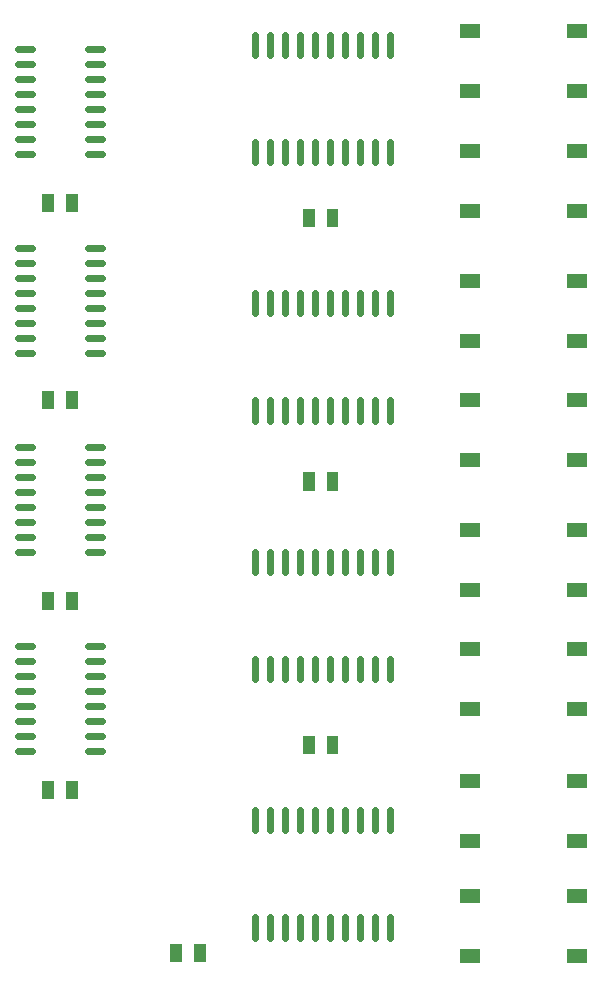
<source format=gtp>
G04 Layer: TopPasteMaskLayer*
G04 EasyEDA v6.4.7, 2020-11-03T11:21:11+01:00*
G04 e0ef41b2cc3c4505ab9108ec2d5a37c9,9bd7e35f881f4a88a1d5770e7942d247,10*
G04 Gerber Generator version 0.2*
G04 Scale: 100 percent, Rotated: No, Reflected: No *
G04 Dimensions in millimeters *
G04 leading zeros omitted , absolute positions ,3 integer and 3 decimal *
%FSLAX33Y33*%
%MOMM*%
G90*
D02*

%ADD13C,0.599999*%
%ADD15R,0.999998X1.550010*%
%ADD16R,1.799996X1.199998*%

%LPD*%
G54D13*
G01X36363Y85221D02*
G01X35163Y85221D01*
G01X36363Y83951D02*
G01X35163Y83951D01*
G01X36363Y82681D02*
G01X35163Y82681D01*
G01X36363Y81411D02*
G01X35163Y81411D01*
G01X36363Y80141D02*
G01X35163Y80141D01*
G01X36363Y78871D02*
G01X35163Y78871D01*
G01X36363Y77601D02*
G01X35163Y77601D01*
G01X36363Y76331D02*
G01X35163Y76331D01*
G01X42306Y85221D02*
G01X41106Y85221D01*
G01X42306Y83951D02*
G01X41106Y83951D01*
G01X42306Y82681D02*
G01X41106Y82681D01*
G01X42306Y81411D02*
G01X41106Y81411D01*
G01X42306Y80141D02*
G01X41106Y80141D01*
G01X42306Y78871D02*
G01X41106Y78871D01*
G01X42306Y77601D02*
G01X41106Y77601D01*
G01X42306Y76331D02*
G01X41106Y76331D01*
G01X36363Y68372D02*
G01X35163Y68372D01*
G01X36363Y67102D02*
G01X35163Y67102D01*
G01X36363Y65832D02*
G01X35163Y65832D01*
G01X36363Y64562D02*
G01X35163Y64562D01*
G01X36363Y63292D02*
G01X35163Y63292D01*
G01X36363Y62022D02*
G01X35163Y62022D01*
G01X36363Y60752D02*
G01X35163Y60752D01*
G01X36363Y59482D02*
G01X35163Y59482D01*
G01X42306Y68372D02*
G01X41106Y68372D01*
G01X42306Y67102D02*
G01X41106Y67102D01*
G01X42306Y65832D02*
G01X41106Y65832D01*
G01X42306Y64562D02*
G01X41106Y64562D01*
G01X42306Y63292D02*
G01X41106Y63292D01*
G01X42306Y62022D02*
G01X41106Y62022D01*
G01X42306Y60752D02*
G01X41106Y60752D01*
G01X42306Y59482D02*
G01X41106Y59482D01*
G01X36363Y51523D02*
G01X35163Y51523D01*
G01X36363Y50253D02*
G01X35163Y50253D01*
G01X36363Y48983D02*
G01X35163Y48983D01*
G01X36363Y47713D02*
G01X35163Y47713D01*
G01X36363Y46443D02*
G01X35163Y46443D01*
G01X36363Y45173D02*
G01X35163Y45173D01*
G01X36363Y43903D02*
G01X35163Y43903D01*
G01X36363Y42633D02*
G01X35163Y42633D01*
G01X42306Y51523D02*
G01X41106Y51523D01*
G01X42306Y50253D02*
G01X41106Y50253D01*
G01X42306Y48983D02*
G01X41106Y48983D01*
G01X42306Y47713D02*
G01X41106Y47713D01*
G01X42306Y46443D02*
G01X41106Y46443D01*
G01X42306Y45173D02*
G01X41106Y45173D01*
G01X42306Y43903D02*
G01X41106Y43903D01*
G01X42306Y42633D02*
G01X41106Y42633D01*
G01X36363Y34675D02*
G01X35163Y34675D01*
G01X36363Y33405D02*
G01X35163Y33405D01*
G01X36363Y32135D02*
G01X35163Y32135D01*
G01X36363Y30865D02*
G01X35163Y30865D01*
G01X36363Y29595D02*
G01X35163Y29595D01*
G01X36363Y28325D02*
G01X35163Y28325D01*
G01X36363Y27055D02*
G01X35163Y27055D01*
G01X36363Y25785D02*
G01X35163Y25785D01*
G01X42306Y34675D02*
G01X41106Y34675D01*
G01X42306Y33405D02*
G01X41106Y33405D01*
G01X42306Y32135D02*
G01X41106Y32135D01*
G01X42306Y30865D02*
G01X41106Y30865D01*
G01X42306Y29595D02*
G01X41106Y29595D01*
G01X42306Y28325D02*
G01X41106Y28325D01*
G01X42306Y27055D02*
G01X41106Y27055D01*
G01X42306Y25785D02*
G01X41106Y25785D01*
G01X66675Y42657D02*
G01X66675Y40957D01*
G01X65405Y42657D02*
G01X65405Y40957D01*
G01X64135Y42657D02*
G01X64135Y40957D01*
G01X62865Y42657D02*
G01X62865Y40957D01*
G01X61595Y42657D02*
G01X61595Y40957D01*
G01X60325Y42657D02*
G01X60325Y40957D01*
G01X59055Y42657D02*
G01X59055Y40957D01*
G01X57785Y42657D02*
G01X57785Y40957D01*
G01X56515Y42657D02*
G01X56515Y40957D01*
G01X55245Y42657D02*
G01X55245Y40957D01*
G01X66675Y33557D02*
G01X66675Y31857D01*
G01X65405Y33557D02*
G01X65405Y31857D01*
G01X64135Y33557D02*
G01X64135Y31857D01*
G01X62865Y33557D02*
G01X62865Y31857D01*
G01X61595Y33557D02*
G01X61595Y31857D01*
G01X60325Y33557D02*
G01X60325Y31857D01*
G01X59055Y33557D02*
G01X59055Y31857D01*
G01X57785Y33557D02*
G01X57785Y31857D01*
G01X56515Y33557D02*
G01X56515Y31857D01*
G01X55245Y33557D02*
G01X55245Y31857D01*
G01X66675Y20770D02*
G01X66675Y19070D01*
G01X65405Y20770D02*
G01X65405Y19070D01*
G01X64135Y20770D02*
G01X64135Y19070D01*
G01X62865Y20770D02*
G01X62865Y19070D01*
G01X61595Y20770D02*
G01X61595Y19070D01*
G01X60325Y20770D02*
G01X60325Y19070D01*
G01X59055Y20770D02*
G01X59055Y19070D01*
G01X57785Y20770D02*
G01X57785Y19070D01*
G01X56515Y20770D02*
G01X56515Y19070D01*
G01X55245Y20770D02*
G01X55245Y19070D01*
G01X66675Y11671D02*
G01X66675Y9971D01*
G01X65405Y11671D02*
G01X65405Y9971D01*
G01X64135Y11671D02*
G01X64135Y9971D01*
G01X62865Y11671D02*
G01X62865Y9971D01*
G01X61595Y11671D02*
G01X61595Y9971D01*
G01X60325Y11671D02*
G01X60325Y9971D01*
G01X59055Y11671D02*
G01X59055Y9971D01*
G01X57785Y11671D02*
G01X57785Y9971D01*
G01X56515Y11671D02*
G01X56515Y9971D01*
G01X55245Y11671D02*
G01X55245Y9971D01*
G01X66675Y64543D02*
G01X66675Y62843D01*
G01X65405Y64543D02*
G01X65405Y62843D01*
G01X64135Y64543D02*
G01X64135Y62843D01*
G01X62865Y64543D02*
G01X62865Y62843D01*
G01X61595Y64543D02*
G01X61595Y62843D01*
G01X60325Y64543D02*
G01X60325Y62843D01*
G01X59055Y64543D02*
G01X59055Y62843D01*
G01X57785Y64543D02*
G01X57785Y62843D01*
G01X56515Y64543D02*
G01X56515Y62843D01*
G01X55245Y64543D02*
G01X55245Y62843D01*
G01X66675Y55443D02*
G01X66675Y53743D01*
G01X65405Y55443D02*
G01X65405Y53743D01*
G01X64135Y55443D02*
G01X64135Y53743D01*
G01X62865Y55443D02*
G01X62865Y53743D01*
G01X61595Y55443D02*
G01X61595Y53743D01*
G01X60325Y55443D02*
G01X60325Y53743D01*
G01X59055Y55443D02*
G01X59055Y53743D01*
G01X57785Y55443D02*
G01X57785Y53743D01*
G01X56515Y55443D02*
G01X56515Y53743D01*
G01X55245Y55443D02*
G01X55245Y53743D01*
G01X66675Y86429D02*
G01X66675Y84729D01*
G01X65405Y86429D02*
G01X65405Y84729D01*
G01X64135Y86429D02*
G01X64135Y84729D01*
G01X62865Y86429D02*
G01X62865Y84729D01*
G01X61595Y86429D02*
G01X61595Y84729D01*
G01X60325Y86429D02*
G01X60325Y84729D01*
G01X59055Y86429D02*
G01X59055Y84729D01*
G01X57785Y86429D02*
G01X57785Y84729D01*
G01X56515Y86429D02*
G01X56515Y84729D01*
G01X55245Y86429D02*
G01X55245Y84729D01*
G01X66675Y77330D02*
G01X66675Y75630D01*
G01X65405Y77330D02*
G01X65405Y75630D01*
G01X64135Y77330D02*
G01X64135Y75630D01*
G01X62865Y77330D02*
G01X62865Y75630D01*
G01X61595Y77330D02*
G01X61595Y75630D01*
G01X60325Y77330D02*
G01X60325Y75630D01*
G01X59055Y77330D02*
G01X59055Y75630D01*
G01X57785Y77330D02*
G01X57785Y75630D01*
G01X56515Y77330D02*
G01X56515Y75630D01*
G01X55245Y77330D02*
G01X55245Y75630D01*
G54D15*
G01X39734Y72140D03*
G01X37735Y72140D03*
G36*
G01X59297Y49356D02*
G01X60297Y49356D01*
G01X60297Y47806D01*
G01X59297Y47806D01*
G01X59297Y49356D01*
G37*
G36*
G01X61297Y49356D02*
G01X62297Y49356D01*
G01X62297Y47806D01*
G01X61297Y47806D01*
G01X61297Y49356D01*
G37*
G36*
G01X59297Y27068D02*
G01X60297Y27068D01*
G01X60297Y25518D01*
G01X59297Y25518D01*
G01X59297Y27068D01*
G37*
G36*
G01X61297Y27068D02*
G01X62297Y27068D01*
G01X62297Y25518D01*
G01X61297Y25518D01*
G01X61297Y27068D01*
G37*
G01X50542Y8640D03*
G01X48542Y8640D03*
G01X39734Y22483D03*
G01X37735Y22483D03*
G01X39734Y55503D03*
G01X37735Y55503D03*
G01X39734Y38485D03*
G01X37735Y38485D03*
G36*
G01X59297Y71645D02*
G01X60297Y71645D01*
G01X60297Y70095D01*
G01X59297Y70095D01*
G01X59297Y71645D01*
G37*
G36*
G01X61297Y71645D02*
G01X62297Y71645D01*
G01X62297Y70095D01*
G01X61297Y70095D01*
G01X61297Y71645D01*
G37*
G54D16*
G01X82477Y18155D03*
G01X82477Y23254D03*
G01X73477Y23254D03*
G01X73477Y18155D03*
G01X82477Y39364D03*
G01X82477Y44463D03*
G01X73477Y44463D03*
G01X73477Y39364D03*
G01X82477Y71495D03*
G01X82477Y76594D03*
G01X73477Y76594D03*
G01X73477Y71495D03*
G01X82477Y8376D03*
G01X82477Y13475D03*
G01X73477Y13475D03*
G01X73477Y8376D03*
G01X82477Y60446D03*
G01X82477Y65545D03*
G01X73477Y65545D03*
G01X73477Y60446D03*
G01X82477Y29331D03*
G01X82477Y34430D03*
G01X73477Y34430D03*
G01X73477Y29331D03*
G01X82477Y50413D03*
G01X82477Y55512D03*
G01X73477Y55512D03*
G01X73477Y50413D03*
G01X82477Y81655D03*
G01X82477Y86754D03*
G01X73477Y86754D03*
G01X73477Y81655D03*
M00*
M02*

</source>
